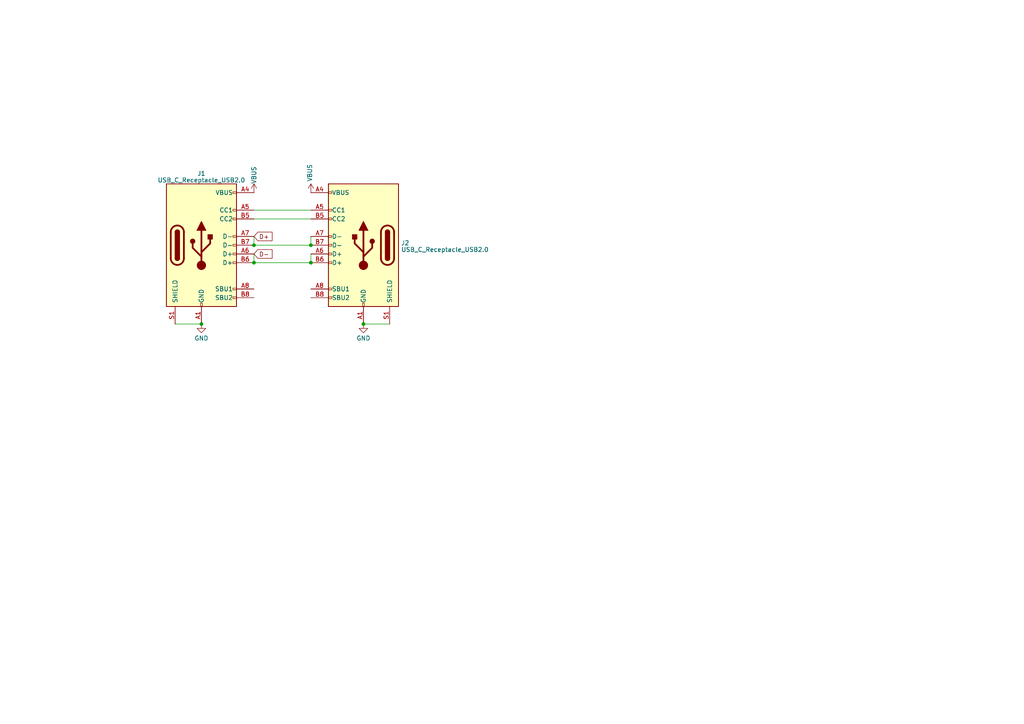
<source format=kicad_sch>
(kicad_sch (version 20230121) (generator eeschema)
  (paper "A4")
  (lib_symbols
    (symbol "Connector:USB_C_Receptacle_USB2.0" (pin_names (offset 1.016))
      (property "Reference" "J" (at -10.16 19.05 0))
      (property "Value" "USB_C_Receptacle_USB2.0" (at 19.05 19.05 0))
      (symbol "USB_C_Receptacle_USB2.0_0_0"
        (rectangle (start -0.254 -17.78) (end 0.254 -16.764))
        (rectangle (start 10.16 -14.986) (end 9.144 -15.494))
        (rectangle (start 10.16 -12.446) (end 9.144 -12.954))
        (rectangle (start 10.16 -4.826) (end 9.144 -5.334))
        (rectangle (start 10.16 -2.286) (end 9.144 -2.794))
        (rectangle (start 10.16 0.254) (end 9.144 -0.254))
        (rectangle (start 10.16 2.794) (end 9.144 2.286))
        (rectangle (start 10.16 7.874) (end 9.144 7.366))
        (rectangle (start 10.16 10.414) (end 9.144 9.906))
        (rectangle (start 10.16 15.494) (end 9.144 14.986))
      )
      (symbol "USB_C_Receptacle_USB2.0_0_1"
        (rectangle (start -10.16 17.78) (end 10.16 -17.78) (stroke (width 0.254)) (fill (type background)))
        (arc (start -8.89 -3.81) (mid -6.985 -5.7067) (end -5.08 -3.81) (stroke (width 0.508)))
        (arc (start -7.62 -3.81) (mid -6.985 -4.4423) (end -6.35 -3.81) (stroke (width 0.254)))
        (arc (start -7.62 -3.81) (mid -6.985 -4.4423) (end -6.35 -3.81) (stroke (width 0.254)) (fill (type outline)))
        (rectangle (start -7.62 -3.81) (end -6.35 3.81) (stroke (width 0.254)) (fill (type outline)))
        (arc (start -6.35 3.81) (mid -6.985 4.4423) (end -7.62 3.81) (stroke (width 0.254)))
        (arc (start -6.35 3.81) (mid -6.985 4.4423) (end -7.62 3.81) (stroke (width 0.254)) (fill (type outline)))
        (arc (start -5.08 3.81) (mid -6.985 5.7067) (end -8.89 3.81) (stroke (width 0.508)))
        (circle (center -2.54 1.143) (radius 0.635) (stroke (width 0.254)) (fill (type outline)))
        (circle (center 0 -5.842) (radius 1.27) (fill (type outline)))
        (polyline (pts (xy -8.89 -3.81) (xy -8.89 3.81)) (stroke (width 0.508)))
        (polyline (pts (xy -5.08 3.81) (xy -5.08 -3.81)) (stroke (width 0.508)))
        (polyline (pts (xy 0 -5.842) (xy 0 4.318)) (stroke (width 0.508)))
        (polyline (pts (xy 0 -3.302) (xy -2.54 -0.762) (xy -2.54 0.508)) (stroke (width 0.508)))
        (polyline (pts (xy 0 -2.032) (xy 2.54 0.508) (xy 2.54 1.778)) (stroke (width 0.508)))
        (polyline (pts (xy -1.27 4.318) (xy 0 6.858) (xy 1.27 4.318) (xy -1.27 4.318)) (stroke (width 0.254)) (fill (type outline)))
        (rectangle (start 1.905 1.778) (end 3.175 3.048) (stroke (width 0.254)) (fill (type outline)))
      )
      (symbol "USB_C_Receptacle_USB2.0_1_1"
        (pin passive line (at 0 -22.86 90) (length 5.08) (name "GND") (number "A1"))
        (pin passive line (at 0 -22.86 90) (length 5.08) hide (name "GND") (number "A12"))
        (pin passive line (at 15.24 15.24 180) (length 5.08) (name "VBUS") (number "A4"))
        (pin bidirectional line (at 15.24 10.16 180) (length 5.08) (name "CC1") (number "A5"))
        (pin bidirectional line (at 15.24 -2.54 180) (length 5.08) (name "D+") (number "A6"))
        (pin bidirectional line (at 15.24 2.54 180) (length 5.08) (name "D-") (number "A7"))
        (pin bidirectional line (at 15.24 -12.7 180) (length 5.08) (name "SBU1") (number "A8"))
        (pin passive line (at 15.24 15.24 180) (length 5.08) hide (name "VBUS") (number "A9"))
        (pin passive line (at 0 -22.86 90) (length 5.08) hide (name "GND") (number "B1"))
        (pin passive line (at 0 -22.86 90) (length 5.08) hide (name "GND") (number "B12"))
        (pin passive line (at 15.24 15.24 180) (length 5.08) hide (name "VBUS") (number "B4"))
        (pin bidirectional line (at 15.24 7.62 180) (length 5.08) (name "CC2") (number "B5"))
        (pin bidirectional line (at 15.24 -5.08 180) (length 5.08) (name "D+") (number "B6"))
        (pin bidirectional line (at 15.24 0 180) (length 5.08) (name "D-") (number "B7"))
        (pin bidirectional line (at 15.24 -15.24 180) (length 5.08) (name "SBU2") (number "B8"))
        (pin passive line (at 15.24 15.24 180) (length 5.08) hide (name "VBUS") (number "B9"))
        (pin passive line (at -7.62 -22.86 90) (length 5.08) (name "SHIELD") (number "S1"))
      )
    )
    (symbol "power:GND" (power) (pin_names (offset 0))
      (property "Value" "GND" (at 0 -3.81 0))
      (symbol "GND_0_1"
        (polyline (pts (xy 0 0) (xy 0 -1.27) (xy 1.27 -1.27) (xy 0 -2.54) (xy -1.27 -1.27) (xy 0 -1.27)))
      )
      (symbol "GND_1_1"
        (pin power_in line (at 0 0 270) (length 0) hide (name "GND") (number "1"))
      )
    )
    (symbol "power:VBUS" (power) (pin_names (offset 0))
      (property "Value" "VBUS" (at 0 3.81 0))
      (symbol "VBUS_0_1"
        (polyline (pts (xy -0.762 1.27) (xy 0 2.54)))
        (polyline (pts (xy 0 0) (xy 0 2.54)))
        (polyline (pts (xy 0 2.54) (xy 0.762 1.27)))
      )
      (symbol "VBUS_1_1"
        (pin power_in line (at 0 0 90) (length 0) hide (name "VBUS") (number "1"))
      )
    )
  )
  (junction (at 90.17 76.2))
  (junction (at 58.42 93.98))
  (junction (at 73.66 76.2))
  (junction (at 90.17 71.12))
  (junction (at 105.41 93.98))
  (junction (at 73.66 71.12))
  (wire (pts (xy 50.8 93.98) (xy 58.42 93.98)))
  (wire (pts (xy 73.66 63.5) (xy 90.17 63.5)))
  (wire (pts (xy 73.66 73.66) (xy 73.66 76.2)))
  (wire (pts (xy 90.17 68.58) (xy 90.17 71.12)))
  (wire (pts (xy 105.41 93.98) (xy 113.03 93.98)))
  (wire (pts (xy 73.66 60.96) (xy 90.17 60.96)))
  (wire (pts (xy 73.66 71.12) (xy 90.17 71.12)))
  (wire (pts (xy 73.66 76.2) (xy 90.17 76.2)))
  (wire (pts (xy 90.17 73.66) (xy 90.17 76.2)))
  (wire (pts (xy 73.66 68.58) (xy 73.66 71.12)))
  (global_label "D+" (shape input) (at 73.66 68.58 0) (property "Intersheetrefs" "${INTERSHEET_REFS}" (effects hide)))
  (global_label "D-" (shape input) (at 73.66 73.66 0) (property "Intersheetrefs" "${INTERSHEET_REFS}" (effects hide)))
  (symbol (lib_id "Connector:USB_C_Receptacle_USB2.0") (at 105.41 71.12 0) (mirror y) (unit 1)
    (property "Reference" "J2" (at 116.332 70.4763 0) (effects (justify right)))
    (property "Value" "USB_C_Receptacle_USB2.0" (at 116.332 72.3973 0) (effects (justify right)))
    (property "Footprint" "Connector_USB:USB_C_Receptacle_HRO_TYPE-C-31-M-12" (effects hide))
    (property "Datasheet" "https://www.usb.org/sites/default/files/documents/usb_type-c.zip" (effects hide))
  )
  (symbol (lib_id "power:GND") (at 58.42 93.98 0) (unit 1)
    (property "Reference" "#PWR01" (effects hide))
    (property "Value" "GND" (at 58.42 98.1155 0))
  )
  (symbol (lib_id "power:VBUS") (at 90.17 55.88 0) (unit 1)
    (property "Reference" "#PWR03" (effects hide))
    (property "Value" "VBUS" (at 89.8532 52.705 90) (effects (justify left)))
  )
  (symbol (lib_id "power:VBUS") (at 73.66 55.88 0) (unit 1)
    (property "Reference" "#PWR02" (effects hide))
    (property "Value" "VBUS" (at 73.66 50.8 90))
  )
  (symbol (lib_id "Connector:USB_C_Receptacle_USB2.0") (at 58.42 71.12 0) (unit 1)
    (property "Reference" "J1" (at 58.42 50.3301 0))
    (property "Value" "USB_C_Receptacle_USB2.0" (at 58.42 52.2511 0))
    (property "Footprint" "Connector_USB:USB_C_Receptacle_HRO_TYPE-C-31-M-12" (effects hide))
    (property "Datasheet" "https://www.usb.org/sites/default/files/documents/usb_type-c.zip" (effects hide))
  )
  (symbol (lib_id "power:GND") (at 105.41 93.98 0) (unit 1)
    (property "Reference" "#PWR04" (effects hide))
    (property "Value" "GND" (at 105.41 98.1155 0))
  )
)
</source>
